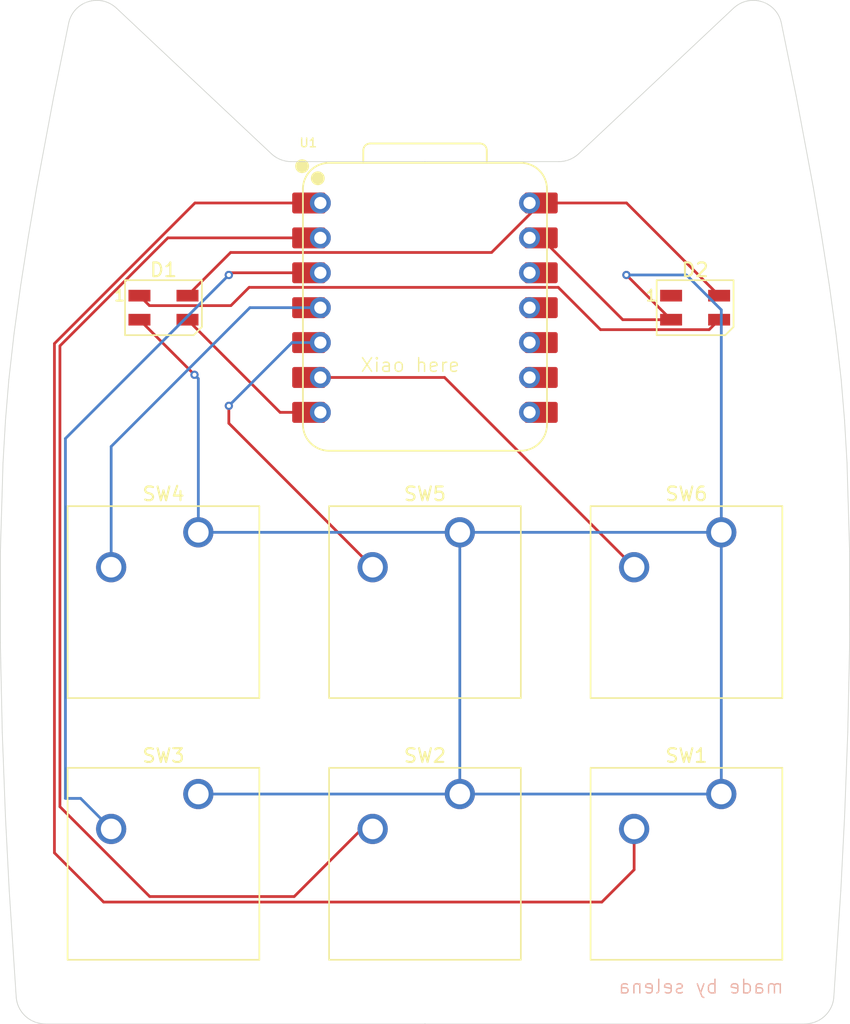
<source format=kicad_pcb>
(kicad_pcb (version 20240108) (generator "pcbnew") (generator_version "8.0")
  (layers (0 "F.Cu" signal) (31 "B.Cu" signal) (34 "B.Paste" user) (35 "F.Paste" user) (36 "B.SilkS" user "B.Silkscreen") (37 "F.SilkS" user "F.Silkscreen") (38 "B.Mask" user) (39 "F.Mask" user) (44 "Edge.Cuts" user))
  (net 0 "")
  (net 1 "Net-(D1-DIN)")
  (net 2 "Net-(D1-DOUT)")
  (net 3 "GND")
  (net 4 "+5V")
  (net 6 "Net-(U1-GPIO26{slash}ADC0{slash}A0)")
  (net 7 "Net-(U1-GPIO27{slash}ADC1{slash}A1)")
  (net 8 "Net-(U1-GPIO28{slash}ADC2{slash}A2)")
  (net 9 "Net-(U1-GPIO29{slash}ADC3{slash}A3)")
  (net 10 "Net-(U1-GPIO6{slash}SDA)")
  (net 11 "Net-(U1-GPIO7{slash}SCL)")
  (footprint "LED_SMD:LED_SK6812MINI_PLCC4_3.5x3.5mm_P1.75mm" (layer "F.Cu") (at 76.2 121.44375)
    (property "Reference" "D1" (at 0 -2.75 0) (layer "F.SilkS"))
    (property "Value" "SK6812MINI")
    (fp_line (start -2.8 -2) (end -2.8 2) (stroke (width 0.12)) (layer "F.SilkS"))
    (fp_line (start -2.8 -2) (end 2.8 -2) (stroke (width 0.12)) (layer "F.SilkS"))
    (fp_line (start -2.8 2) (end 2.2 2) (stroke (width 0.12)) (layer "F.SilkS"))
    (fp_line (start 2.8 1.4) (end 2.2 2) (stroke (width 0.12)) (layer "F.SilkS"))
    (fp_line (start 2.8 1.4) (end 2.8 -2) (stroke (width 0.12)) (layer "F.SilkS"))
    (fp_text user "1" (at -3.2 -0.875 0) (layer "F.SilkS") (effects (font (size 0.8 0.8))))
    (pad "1" smd rect (at -1.75 -0.875) (size 1.6 0.85) (layers "F.Cu" "F.Paste" "F.Mask") (net 2 "Net-(D1-DOUT)"))
    (pad "2" smd rect (at -1.75 0.875) (size 1.6 0.85) (layers "F.Cu" "F.Paste" "F.Mask") (net 3 "GND"))
    (pad "3" smd rect (at 1.75 0.875) (size 1.6 0.85) (layers "F.Cu" "F.Paste" "F.Mask") (net 1 "Net-(D1-DIN)"))
    (pad "4" smd rect (at 1.75 -0.875) (size 1.6 0.85) (layers "F.Cu" "F.Paste" "F.Mask") (net 4 "+5V"))
  )
  (footprint "LED_SMD:LED_SK6812MINI_PLCC4_3.5x3.5mm_P1.75mm" (layer "F.Cu") (at 114.93125 121.44375)
    (property "Reference" "D2" (at 0 -2.75 0) (layer "F.SilkS"))
    (property "Value" "SK6812MINI")
    (fp_line (start -2.8 -2) (end -2.8 2) (stroke (width 0.12)) (layer "F.SilkS"))
    (fp_line (start -2.8 -2) (end 2.8 -2) (stroke (width 0.12)) (layer "F.SilkS"))
    (fp_line (start -2.8 2) (end 2.2 2) (stroke (width 0.12)) (layer "F.SilkS"))
    (fp_line (start 2.8 1.4) (end 2.2 2) (stroke (width 0.12)) (layer "F.SilkS"))
    (fp_line (start 2.8 1.4) (end 2.8 -2) (stroke (width 0.12)) (layer "F.SilkS"))
    (fp_text user "1" (at -3.2 -0.875 0) (layer "F.SilkS") (effects (font (size 0.8 0.8))))
    (pad "1" smd rect (at -1.75 -0.875) (size 1.6 0.85) (layers "F.Cu" "F.Paste" "F.Mask"))
    (pad "2" smd rect (at -1.75 0.875) (size 1.6 0.85) (layers "F.Cu" "F.Paste" "F.Mask") (net 3 "GND"))
    (pad "3" smd rect (at 1.75 0.875) (size 1.6 0.85) (layers "F.Cu" "F.Paste" "F.Mask") (net 2 "Net-(D1-DOUT)"))
    (pad "4" smd rect (at 1.75 -0.875) (size 1.6 0.85) (layers "F.Cu" "F.Paste" "F.Mask") (net 4 "+5V"))
  )
  (footprint "Button_Switch_Keyboard:SW_Cherry_MX_1.00u_PCB" (layer "F.Cu") (at 97.79 156.845)
    (property "Reference" "SW2" (at -2.54 -2.794 0) (layer "F.SilkS"))
    (property "Value" "SW_Push")
    (fp_line (start -9.525 -1.905) (end 4.445 -1.905) (stroke (width 0.12)) (layer "F.SilkS"))
    (fp_line (start -9.525 12.065) (end -9.525 -1.905) (stroke (width 0.12)) (layer "F.SilkS"))
    (fp_line (start 4.445 -1.905) (end 4.445 12.065) (stroke (width 0.12)) (layer "F.SilkS"))
    (fp_line (start 4.445 12.065) (end -9.525 12.065) (stroke (width 0.12)) (layer "F.SilkS"))
    (pad "" np_thru_hole circle (at -7.62 5.08) (size 1.7 1.7) (drill 1.7) (layers "*.Cu" "*.Mask"))
    (pad "" np_thru_hole circle (at -2.54 5.08) (size 4 4) (drill 4) (layers "*.Cu" "*.Mask"))
    (pad "" np_thru_hole circle (at 2.54 5.08) (size 1.7 1.7) (drill 1.7) (layers "*.Cu" "*.Mask"))
    (pad "1" thru_hole circle (at 0 0) (size 2.2 2.2) (drill 1.5) (layers "*.Cu" "*.Mask") (net 3 "GND"))
    (pad "2" thru_hole circle (at -6.35 2.54) (size 2.2 2.2) (drill 1.5) (layers "*.Cu" "*.Mask") (net 7 "Net-(U1-GPIO27{slash}ADC1{slash}A1)"))
  )
  (footprint "Button_Switch_Keyboard:SW_Cherry_MX_1.00u_PCB" (layer "F.Cu") (at 116.84 156.845)
    (property "Reference" "SW1" (at -2.54 -2.794 0) (layer "F.SilkS"))
    (property "Value" "SW_Push")
    (fp_line (start -9.525 -1.905) (end 4.445 -1.905) (stroke (width 0.12)) (layer "F.SilkS"))
    (fp_line (start -9.525 12.065) (end -9.525 -1.905) (stroke (width 0.12)) (layer "F.SilkS"))
    (fp_line (start 4.445 -1.905) (end 4.445 12.065) (stroke (width 0.12)) (layer "F.SilkS"))
    (fp_line (start 4.445 12.065) (end -9.525 12.065) (stroke (width 0.12)) (layer "F.SilkS"))
    (pad "" np_thru_hole circle (at -7.62 5.08) (size 1.7 1.7) (drill 1.7) (layers "*.Cu" "*.Mask"))
    (pad "" np_thru_hole circle (at -2.54 5.08) (size 4 4) (drill 4) (layers "*.Cu" "*.Mask"))
    (pad "" np_thru_hole circle (at 2.54 5.08) (size 1.7 1.7) (drill 1.7) (layers "*.Cu" "*.Mask"))
    (pad "1" thru_hole circle (at 0 0) (size 2.2 2.2) (drill 1.5) (layers "*.Cu" "*.Mask") (net 3 "GND"))
    (pad "2" thru_hole circle (at -6.35 2.54) (size 2.2 2.2) (drill 1.5) (layers "*.Cu" "*.Mask") (net 6 "Net-(U1-GPIO26{slash}ADC0{slash}A0)"))
  )
  (footprint "Button_Switch_Keyboard:SW_Cherry_MX_1.00u_PCB" (layer "F.Cu") (at 78.74 156.845)
    (property "Reference" "SW3" (at -2.54 -2.794 0) (layer "F.SilkS"))
    (property "Value" "SW_Push")
    (fp_line (start -9.525 -1.905) (end 4.445 -1.905) (stroke (width 0.12)) (layer "F.SilkS"))
    (fp_line (start -9.525 12.065) (end -9.525 -1.905) (stroke (width 0.12)) (layer "F.SilkS"))
    (fp_line (start 4.445 -1.905) (end 4.445 12.065) (stroke (width 0.12)) (layer "F.SilkS"))
    (fp_line (start 4.445 12.065) (end -9.525 12.065) (stroke (width 0.12)) (layer "F.SilkS"))
    (pad "" np_thru_hole circle (at -7.62 5.08) (size 1.7 1.7) (drill 1.7) (layers "*.Cu" "*.Mask"))
    (pad "" np_thru_hole circle (at -2.54 5.08) (size 4 4) (drill 4) (layers "*.Cu" "*.Mask"))
    (pad "" np_thru_hole circle (at 2.54 5.08) (size 1.7 1.7) (drill 1.7) (layers "*.Cu" "*.Mask"))
    (pad "1" thru_hole circle (at 0 0) (size 2.2 2.2) (drill 1.5) (layers "*.Cu" "*.Mask") (net 3 "GND"))
    (pad "2" thru_hole circle (at -6.35 2.54) (size 2.2 2.2) (drill 1.5) (layers "*.Cu" "*.Mask") (net 8 "Net-(U1-GPIO28{slash}ADC2{slash}A2)"))
  )
  (footprint "OPL:XIAO-RP2040-DIP" (layer "F.Cu") (at 95.25 121.44375)
    (property "Reference" "U1" (at -8.5 -12 0) (layer "F.SilkS") (effects (font (size 0.635 0.635) (thickness 0.1016))))
    (property "Value" "XIAO-RP2040-DIP")
    (fp_line (start -8.89 8.509) (end -8.89 -8.636) (stroke (width 0.127)) (layer "F.SilkS"))
    (fp_line (start -6.985 10.414) (end 6.985 10.414) (stroke (width 0.127)) (layer "F.SilkS"))
    (fp_line (start -4.495 -10.541) (end -4.491272 -11.451272) (stroke (width 0.127)) (layer "F.SilkS"))
    (fp_line (start -3.991272 -11.951) (end 4.004 -11.951) (stroke (width 0.127)) (layer "F.SilkS"))
    (fp_line (start 4.504 -11.451) (end 4.504 -10.541) (stroke (width 0.127)) (layer "F.SilkS"))
    (fp_line (start 6.985 -10.541) (end -6.985 -10.541) (stroke (width 0.1)) (layer "F.SilkS"))
    (fp_line (start 6.985 -10.541) (end -6.985 -10.541) (stroke (width 0.127)) (layer "F.SilkS"))
    (fp_line (start 8.89 8.509) (end 8.89 -8.636) (stroke (width 0.127)) (layer "F.SilkS"))
    (fp_arc (start -8.89 -8.636) (mid -8.332038 -9.983038) (end -6.985 -10.541) (stroke (width 0.127)) (layer "F.SilkS"))
    (fp_arc (start -6.985 10.414) (mid -8.332038 9.856038) (end -8.89 8.509) (stroke (width 0.127)) (layer "F.SilkS"))
    (fp_arc (start -4.491272 -11.451272) (mid -4.344724 -11.804644) (end -3.991272 -11.951) (stroke (width 0.127)) (layer "F.SilkS"))
    (fp_arc (start 4.004 -11.951) (mid 4.357553 -11.804553) (end 4.504 -11.451) (stroke (width 0.127)) (layer "F.SilkS"))
    (fp_arc (start 6.985 -10.541) (mid 8.332038 -9.983038) (end 8.89 -8.636) (stroke (width 0.127)) (layer "F.SilkS"))
    (fp_arc (start 8.89 8.509) (mid 8.332038 9.856038) (end 6.985 10.414) (stroke (width 0.127)) (layer "F.SilkS"))
    (fp_circle (center -8.95 -10.3) (end -8.95 -10.554) (stroke (width 0.5)) (fill solid) (layer "F.SilkS"))
    (fp_circle (center -7.807 -9.42) (end -7.807 -9.674) (stroke (width 0.5)) (fill solid) (layer "F.SilkS"))
    (pad "1" smd roundrect (at -8.455 -7.62 180) (size 2.432 1.524) (layers "F.Cu" "F.Mask") (roundrect_rratio 0.1) (net 6 "Net-(U1-GPIO26{slash}ADC0{slash}A0)"))
    (pad "1" thru_hole circle (at -7.62 -7.62 180) (size 1.524 1.524) (drill 0.889) (layers "*.Cu" "*.Mask") (net 6 "Net-(U1-GPIO26{slash}ADC0{slash}A0)"))
    (pad "2" smd roundrect (at -8.455 -5.08 180) (size 2.432 1.524) (layers "F.Cu" "F.Mask") (roundrect_rratio 0.1) (net 7 "Net-(U1-GPIO27{slash}ADC1{slash}A1)"))
    (pad "2" thru_hole circle (at -7.62 -5.08 180) (size 1.524 1.524) (drill 0.889) (layers "*.Cu" "*.Mask") (net 7 "Net-(U1-GPIO27{slash}ADC1{slash}A1)"))
    (pad "3" smd roundrect (at -8.455 -2.54 180) (size 2.432 1.524) (layers "F.Cu" "F.Mask") (roundrect_rratio 0.1) (net 8 "Net-(U1-GPIO28{slash}ADC2{slash}A2)"))
    (pad "3" thru_hole circle (at -7.62 -2.54 180) (size 1.524 1.524) (drill 0.889) (layers "*.Cu" "*.Mask") (net 8 "Net-(U1-GPIO28{slash}ADC2{slash}A2)"))
    (pad "4" smd roundrect (at -8.455 0 180) (size 2.432 1.524) (layers "F.Cu" "F.Mask") (roundrect_rratio 0.1) (net 9 "Net-(U1-GPIO29{slash}ADC3{slash}A3)"))
    (pad "4" thru_hole circle (at -7.62 0 180) (size 1.524 1.524) (drill 0.889) (layers "*.Cu" "*.Mask") (net 9 "Net-(U1-GPIO29{slash}ADC3{slash}A3)"))
    (pad "5" smd roundrect (at -8.455 2.54 180) (size 2.432 1.524) (layers "F.Cu" "F.Mask") (roundrect_rratio 0.1) (net 10 "Net-(U1-GPIO6{slash}SDA)"))
    (pad "5" thru_hole circle (at -7.62 2.54 180) (size 1.524 1.524) (drill 0.889) (layers "*.Cu" "*.Mask") (net 10 "Net-(U1-GPIO6{slash}SDA)"))
    (pad "6" smd roundrect (at -8.455 5.08 180) (size 2.432 1.524) (layers "F.Cu" "F.Mask") (roundrect_rratio 0.1) (net 11 "Net-(U1-GPIO7{slash}SCL)"))
    (pad "6" thru_hole circle (at -7.62 5.08 180) (size 1.524 1.524) (drill 0.889) (layers "*.Cu" "*.Mask") (net 11 "Net-(U1-GPIO7{slash}SCL)"))
    (pad "7" smd roundrect (at -8.455 7.62 180) (size 2.432 1.524) (layers "F.Cu" "F.Mask") (roundrect_rratio 0.1) (net 1 "Net-(D1-DIN)"))
    (pad "7" thru_hole circle (at -7.62 7.62 180) (size 1.524 1.524) (drill 0.889) (layers "*.Cu" "*.Mask") (net 1 "Net-(D1-DIN)"))
    (pad "8" thru_hole circle (at 7.62 7.62) (size 1.524 1.524) (drill 0.889) (layers "*.Cu" "*.Mask"))
    (pad "8" smd roundrect (at 8.455 7.62) (size 2.432 1.524) (layers "F.Cu" "F.Mask") (roundrect_rratio 0.1))
    (pad "9" thru_hole circle (at 7.62 5.08) (size 1.524 1.524) (drill 0.889) (layers "*.Cu" "*.Mask"))
    (pad "9" smd roundrect (at 8.455 5.08) (size 2.432 1.524) (layers "F.Cu" "F.Mask") (roundrect_rratio 0.1))
    (pad "10" thru_hole circle (at 7.62 2.54) (size 1.524 1.524) (drill 0.889) (layers "*.Cu" "*.Mask"))
    (pad "10" smd roundrect (at 8.455 2.54) (size 2.432 1.524) (layers "F.Cu" "F.Mask") (roundrect_rratio 0.1))
    (pad "11" thru_hole circle (at 7.62 0) (size 1.524 1.524) (drill 0.889) (layers "*.Cu" "*.Mask"))
    (pad "11" smd roundrect (at 8.455 0) (size 2.432 1.524) (layers "F.Cu" "F.Mask") (roundrect_rratio 0.1))
    (pad "12" thru_hole circle (at 7.62 -2.54) (size 1.524 1.524) (drill 0.889) (layers "*.Cu" "*.Mask"))
    (pad "12" smd roundrect (at 8.455 -2.54) (size 2.432 1.524) (layers "F.Cu" "F.Mask") (roundrect_rratio 0.1))
    (pad "13" thru_hole circle (at 7.62 -5.08) (size 1.524 1.524) (drill 0.889) (layers "*.Cu" "*.Mask") (net 3 "GND"))
    (pad "13" smd roundrect (at 8.455 -5.08) (size 2.432 1.524) (layers "F.Cu" "F.Mask") (roundrect_rratio 0.1) (net 3 "GND"))
    (pad "14" thru_hole circle (at 7.62 -7.62) (size 1.524 1.524) (drill 0.889) (layers "*.Cu" "*.Mask") (net 4 "+5V"))
    (pad "14" smd roundrect (at 8.455 -7.62) (size 2.432 1.524) (layers "F.Cu" "F.Mask") (roundrect_rratio 0.1) (net 4 "+5V"))
  )
  (footprint "Button_Switch_Keyboard:SW_Cherry_MX_1.00u_PCB" (layer "F.Cu") (at 116.84 137.795)
    (property "Reference" "SW6" (at -2.54 -2.794 0) (layer "F.SilkS"))
    (property "Value" "SW_Push")
    (fp_line (start -9.525 -1.905) (end 4.445 -1.905) (stroke (width 0.12)) (layer "F.SilkS"))
    (fp_line (start -9.525 12.065) (end -9.525 -1.905) (stroke (width 0.12)) (layer "F.SilkS"))
    (fp_line (start 4.445 -1.905) (end 4.445 12.065) (stroke (width 0.12)) (layer "F.SilkS"))
    (fp_line (start 4.445 12.065) (end -9.525 12.065) (stroke (width 0.12)) (layer "F.SilkS"))
    (pad "" np_thru_hole circle (at -7.62 5.08) (size 1.7 1.7) (drill 1.7) (layers "*.Cu" "*.Mask"))
    (pad "" np_thru_hole circle (at -2.54 5.08) (size 4 4) (drill 4) (layers "*.Cu" "*.Mask"))
    (pad "" np_thru_hole circle (at 2.54 5.08) (size 1.7 1.7) (drill 1.7) (layers "*.Cu" "*.Mask"))
    (pad "1" thru_hole circle (at 0 0) (size 2.2 2.2) (drill 1.5) (layers "*.Cu" "*.Mask") (net 3 "GND"))
    (pad "2" thru_hole circle (at -6.35 2.54) (size 2.2 2.2) (drill 1.5) (layers "*.Cu" "*.Mask") (net 11 "Net-(U1-GPIO7{slash}SCL)"))
  )
  (footprint "Button_Switch_Keyboard:SW_Cherry_MX_1.00u_PCB" (layer "F.Cu") (at 78.74 137.795)
    (property "Reference" "SW4" (at -2.54 -2.794 0) (layer "F.SilkS"))
    (property "Value" "SW_Push")
    (fp_line (start -9.525 -1.905) (end 4.445 -1.905) (stroke (width 0.12)) (layer "F.SilkS"))
    (fp_line (start -9.525 12.065) (end -9.525 -1.905) (stroke (width 0.12)) (layer "F.SilkS"))
    (fp_line (start 4.445 -1.905) (end 4.445 12.065) (stroke (width 0.12)) (layer "F.SilkS"))
    (fp_line (start 4.445 12.065) (end -9.525 12.065) (stroke (width 0.12)) (layer "F.SilkS"))
    (pad "" np_thru_hole circle (at -7.62 5.08) (size 1.7 1.7) (drill 1.7) (layers "*.Cu" "*.Mask"))
    (pad "" np_thru_hole circle (at -2.54 5.08) (size 4 4) (drill 4) (layers "*.Cu" "*.Mask"))
    (pad "" np_thru_hole circle (at 2.54 5.08) (size 1.7 1.7) (drill 1.7) (layers "*.Cu" "*.Mask"))
    (pad "1" thru_hole circle (at 0 0) (size 2.2 2.2) (drill 1.5) (layers "*.Cu" "*.Mask") (net 3 "GND"))
    (pad "2" thru_hole circle (at -6.35 2.54) (size 2.2 2.2) (drill 1.5) (layers "*.Cu" "*.Mask") (net 9 "Net-(U1-GPIO29{slash}ADC3{slash}A3)"))
  )
  (footprint "Button_Switch_Keyboard:SW_Cherry_MX_1.00u_PCB" (layer "F.Cu") (at 97.79 137.795)
    (property "Reference" "SW5" (at -2.54 -2.794 0) (layer "F.SilkS"))
    (property "Value" "SW_Push")
    (fp_line (start -9.525 -1.905) (end 4.445 -1.905) (stroke (width 0.12)) (layer "F.SilkS"))
    (fp_line (start -9.525 12.065) (end -9.525 -1.905) (stroke (width 0.12)) (layer "F.SilkS"))
    (fp_line (start 4.445 -1.905) (end 4.445 12.065) (stroke (width 0.12)) (layer "F.SilkS"))
    (fp_line (start 4.445 12.065) (end -9.525 12.065) (stroke (width 0.12)) (layer "F.SilkS"))
    (pad "" np_thru_hole circle (at -7.62 5.08) (size 1.7 1.7) (drill 1.7) (layers "*.Cu" "*.Mask"))
    (pad "" np_thru_hole circle (at -2.54 5.08) (size 4 4) (drill 4) (layers "*.Cu" "*.Mask"))
    (pad "" np_thru_hole circle (at 2.54 5.08) (size 1.7 1.7) (drill 1.7) (layers "*.Cu" "*.Mask"))
    (pad "1" thru_hole circle (at 0 0) (size 2.2 2.2) (drill 1.5) (layers "*.Cu" "*.Mask") (net 3 "GND"))
    (pad "2" thru_hole circle (at -6.35 2.54) (size 2.2 2.2) (drill 1.5) (layers "*.Cu" "*.Mask") (net 10 "Net-(U1-GPIO6{slash}SDA)"))
  )
  (gr_line (start 65.481873 171.728761) (end 65.471691 171.626345) (stroke (width 0.053121)) (layer "Edge.Cuts"))
  (gr_line (start 125.037002 171.626345) (end 125.54439 163.898171) (stroke (width 0.053121)) (layer "Edge.Cuts"))
  (gr_line (start 124.219875 173.135406) (end 124.295077 173.075021) (stroke (width 0.053121)) (layer "Edge.Cuts"))
  (gr_line (start 120.94952 100.062414) (end 120.872187 99.945948) (stroke (width 0.053121)) (layer "Edge.Cuts"))
  (gr_line (start 105.493433 110.753867) (end 105.395806 110.774964) (stroke (width 0.053121)) (layer "Edge.Cuts"))
  (gr_line (start 65.602062 172.214503) (end 65.569184 172.121225) (stroke (width 0.053121)) (layer "Edge.Cuts"))
  (gr_line (start 84.292339 110.427538) (end 84.375602 110.483073) (stroke (width 0.053121)) (layer "Edge.Cuts"))
  (gr_line (start 67.172516 173.53236) (end 67.075144 173.511205) (stroke (width 0.053121)) (layer "Edge.Cuts"))
  (gr_line (start 124.90658 172.214503) (end 124.939465 172.121225) (stroke (width 0.053121)) (layer "Edge.Cuts"))
  (gr_line (start 123.529182 173.485643) (end 123.623068 173.455782) (stroke (width 0.053121)) (layer "Edge.Cuts"))
  (gr_line (start 123.336129 173.53236) (end 123.433496 173.511205) (stroke (width 0.053121)) (layer "Edge.Cuts"))
  (gr_line (start 69.907937 99.637191) (end 70.010171 99.548261) (stroke (width 0.053121)) (layer "Edge.Cuts"))
  (gr_line (start 66.357848 116.246876) (end 66.967789 112.682484) (stroke (width 0.053121)) (layer "Edge.Cuts"))
  (gr_line (start 65.471691 171.626345) (end 64.964203 163.898171) (stroke (width 0.053121)) (layer "Edge.Cuts"))
  (gr_line (start 84.211569 110.367974) (end 84.292339 110.427538) (stroke (width 0.053121)) (layer "Edge.Cuts"))
  (gr_line (start 64.320051 139.192454) (end 64.510669 132.715035) (stroke (width 0.053121)) (layer "Edge.Cuts"))
  (gr_line (start 119.663398 99.135234) (end 119.532282 99.107749) (stroke (width 0.053121)) (layer "Edge.Cuts"))
  (gr_line (start 106.297104 110.367974) (end 106.216332 110.427538) (stroke (width 0.053121)) (layer "Edge.Cuts"))
  (gr_line (start 70.117541 99.466547) (end 70.229611 99.392183) (stroke (width 0.053121)) (layer "Edge.Cuts"))
  (gr_line (start 66.071863 172.944361) (end 66.005634 172.874301) (stroke (width 0.053121)) (layer "Edge.Cuts"))
  (gr_line (start 124.141921 173.192353) (end 124.219875 173.135406) (stroke (width 0.053121)) (layer "Edge.Cuts"))
  (gr_line (start 105.197414 110.803352) (end 105.096959 110.810521) (stroke (width 0.053121)) (layer "Edge.Cuts"))
  (gr_line (start 69.489066 100.185433) (end 69.559081 100.062415) (stroke (width 0.053121)) (layer "Edge.Cuts"))
  (gr_line (start 84.133445 110.304443) (end 84.211569 110.367974) (stroke (width 0.053121)) (layer "Edge.Cuts"))
  (gr_line (start 124.367407 173.011303) (end 124.436746 172.944361) (stroke (width 0.053121)) (layer "Edge.Cuts"))
  (gr_line (start 120.278988 99.392181) (end 120.162655 99.325298) (stroke (width 0.053121)) (layer "Edge.Cuts"))
  (gr_line (start 118.460595 99.197028) (end 118.330327 99.248824) (stroke (width 0.053121)) (layer "Edge.Cuts"))
  (gr_line (start 124.828385 172.394502) (end 124.869514 172.305632) (stroke (width 0.053121)) (layer "Edge.Cuts"))
  (gr_line (start 106.047464 110.534519) (end 105.959678 110.581813) (stroke (width 0.053121)) (layer "Edge.Cuts"))
  (gr_line (start 66.615881 173.341479) (end 66.530382 173.295496) (stroke (width 0.053121)) (layer "Edge.Cuts"))
  (gr_line (start 85.211527 110.791479) (end 85.311182 110.803352) (stroke (width 0.053121)) (layer "Edge.Cuts"))
  (gr_line (start 123.804964 173.383593) (end 123.892737 173.341479) (stroke (width 0.053121)) (layer "Edge.Cuts"))
  (gr_line (start 125.997871 132.715035) (end 125.817476 129.622809) (stroke (width 0.053121)) (layer "Edge.Cuts"))
  (gr_line (start 126.191402 145.828213) (end 126.188485 139.192454) (stroke (width 0.053121)) (layer "Edge.Cuts"))
  (gr_line (start 120.872187 99.945948) (end 120.787976 99.836167) (stroke (width 0.053121)) (layer "Edge.Cuts"))
  (gr_line (start 125.572517 126.674694) (end 125.196496 123.346395) (stroke (width 0.053121)) (layer "Edge.Cuts"))
  (gr_line (start 84.638793 110.624895) (end 84.730474 110.663703) (stroke (width 0.053121)) (layer "Edge.Cuts"))
  (gr_line (start 72.431548 99.380969) (end 72.553682 99.461582) (stroke (width 0.053121)) (layer "Edge.Cuts"))
  (gr_line (start 126.188485 139.192454) (end 125.997871 132.715035) (stroke (width 0.053121)) (layer "Edge.Cuts"))
  (gr_line (start 66.979453 173.485643) (end 66.885562 173.455782) (stroke (width 0.053121)) (layer "Edge.Cuts"))
  (gr_line (start 121.019537 100.185433) (end 120.94952 100.062414) (stroke (width 0.053121)) (layer "Edge.Cuts"))
  (gr_line (start 118.330327 99.248824) (end 118.202331 99.310093) (stroke (width 0.053121)) (layer "Edge.Cuts"))
  (gr_line (start 72.786768 99.652552) (end 84.058124 110.237006) (stroke (width 0.053121)) (layer "Edge.Cuts"))
  (gr_line (start 123.892737 173.341479) (end 123.978233 173.295496) (stroke (width 0.053121)) (layer "Edge.Cuts"))
  (gr_line (start 124.734418 172.565041) (end 124.783314 172.481008) (stroke (width 0.053121)) (layer "Edge.Cuts"))
  (gr_line (start 84.730474 110.663703) (end 84.823871 110.698175) (stroke (width 0.053121)) (layer "Edge.Cuts"))
  (gr_line (start 70.010171 99.548261) (end 70.117541 99.466547) (stroke (width 0.053121)) (layer "Edge.Cuts"))
  (gr_line (start 66.366689 173.192353) (end 66.288734 173.135406) (stroke (width 0.053121)) (layer "Edge.Cuts"))
  (gr_line (start 122.296253 106.041509) (end 121.217742 100.740375) (stroke (width 0.053121)) (layer "Edge.Cuts"))
  (gr_line (start 106.450549 110.237006) (end 106.375228 110.304443) (stroke (width 0.053121)) (layer "Edge.Cuts"))
  (gr_line (start 65.942635 172.801232) (end 65.882984 172.725261) (stroke (width 0.053121)) (layer "Edge.Cuts"))
  (gr_line (start 72.048012 99.197031) (end 72.178277 99.248826) (stroke (width 0.053121)) (layer "Edge.Cuts"))
  (gr_line (start 65.569184 172.121225) (end 65.540607 172.025905) (stroke (width 0.053121)) (layer "Edge.Cuts"))
  (gr_line (start 68.212421 106.041509) (end 69.290883 100.740375) (stroke (width 0.053121)) (layer "Edge.Cuts"))
  (gr_line (start 119.130782 99.075493) (end 118.995685 99.081917) (stroke (width 0.053121)) (layer "Edge.Cuts"))
  (gr_line (start 66.79359 173.42173) (end 66.703657 173.383593) (stroke (width 0.053121)) (layer "Edge.Cuts"))
  (gr_line (start 105.297081 110.791479) (end 105.197414 110.803352) (stroke (width 0.053121)) (layer "Edge.Cuts"))
  (gr_line (start 123.136831 173.56102) (end 123.237201 173.549001) (stroke (width 0.053121)) (layer "Edge.Cuts"))
  (gr_line (start 117.954905 99.461579) (end 117.836345 99.552062) (stroke (width 0.053121)) (layer "Edge.Cuts"))
  (gr_line (start 66.141202 173.011303) (end 66.071863 172.944361) (stroke (width 0.053121)) (layer "Edge.Cuts"))
  (gr_line (start 120.498426 99.54826) (end 120.391057 99.466546) (stroke (width 0.053121)) (layer "Edge.Cuts"))
  (gr_line (start 120.042493 99.266028) (end 119.91894 99.214506) (stroke (width 0.053121)) (layer "Edge.Cuts"))
  (gr_line (start 118.202331 99.310093) (end 118.077046 99.380967) (stroke (width 0.053121)) (layer "Edge.Cuts"))
  (gr_line (start 123.237201 173.549001) (end 123.336129 173.53236) (stroke (width 0.053121)) (layer "Edge.Cuts"))
  (gr_line (start 84.058124 110.237006) (end 84.133445 110.304443) (stroke (width 0.053121)) (layer "Edge.Cuts"))
  (gr_line (start 65.8268 172.646495) (end 65.774203 172.565041) (stroke (width 0.053121)) (layer "Edge.Cuts"))
  (gr_line (start 71.243073 99.077748) (end 71.37783 99.075495) (stroke (width 0.053121)) (layer "Edge.Cuts"))
  (gr_line (start 64.691066 129.622809) (end 64.936029 126.674694) (stroke (width 0.053121)) (layer "Edge.Cuts"))
  (gr_line (start 67.371828 173.56102) (end 67.271451 173.549001) (stroke (width 0.053121)) (layer "Edge.Cuts"))
  (gr_line (start 70.716177 99.170865) (end 70.845209 99.135235) (stroke (width 0.053121)) (layer "Edge.Cuts"))
  (gr_line (start 66.885562 173.455782) (end 66.79359 173.42173) (stroke (width 0.053121)) (layer "Edge.Cuts"))
  (gr_line (start 124.968049 172.025905) (end 124.992214 171.928649) (stroke (width 0.053121)) (layer "Edge.Cuts"))
  (gr_line (start 123.540881 112.682484) (end 122.296253 106.041509) (stroke (width 0.053121)) (layer "Edge.Cuts"))
  (gr_line (start 124.681817 172.646495) (end 124.734418 172.565041) (stroke (width 0.053121)) (layer "Edge.Cuts"))
  (gr_line (start 123.978233 173.295496) (end 124.061334 173.245752) (stroke (width 0.053121)) (layer "Edge.Cuts"))
  (gr_line (start 85.411624 110.810521) (end 85.512697 110.812924) (stroke (width 0.053121)) (layer "Edge.Cuts"))
  (gr_line (start 69.559081 100.062415) (end 69.636411 99.945949) (stroke (width 0.053121)) (layer "Edge.Cuts"))
  (gr_line (start 125.54439 163.898171) (end 125.822312 158.459808) (stroke (width 0.053121)) (layer "Edge.Cuts"))
  (gr_line (start 105.096959 110.810521) (end 104.995872 110.812924) (stroke (width 0.053121)) (layer "Edge.Cuts"))
  (gr_line (start 124.502976 172.874301) (end 124.565977 172.801232) (stroke (width 0.053121)) (layer "Edge.Cuts"))
  (gr_line (start 69.636411 99.945949) (end 69.720621 99.836167) (stroke (width 0.053121)) (layer "Edge.Cuts"))
  (gr_line (start 66.005634 172.874301) (end 65.942635 172.801232) (stroke (width 0.053121)) (layer "Edge.Cuts"))
  (gr_line (start 120.697321 99.733203) (end 120.60066 99.63719) (stroke (width 0.053121)) (layer "Edge.Cuts"))
  (gr_line (start 65.725312 172.481008) (end 65.680245 172.394502) (stroke (width 0.053121)) (layer "Edge.Cuts"))
  (gr_line (start 105.589807 110.72825) (end 105.493433 110.753867) (stroke (width 0.053121)) (layer "Edge.Cuts"))
  (gr_line (start 105.778178 110.663703) (end 105.684774 110.698175) (stroke (width 0.053121)) (layer "Edge.Cuts"))
  (gr_line (start 119.532282 99.107749) (end 119.399517 99.088542) (stroke (width 0.053121)) (layer "Edge.Cuts"))
  (gr_line (start 70.589664 99.214508) (end 70.716177 99.170865) (stroke (width 0.053121)) (layer "Edge.Cuts"))
  (gr_line (start 119.91894 99.214506) (end 119.792429 99.170864) (stroke (width 0.053121)) (layer "Edge.Cuts"))
  (gr_line (start 120.60066 99.63719) (end 120.498426 99.54826) (stroke (width 0.053121)) (layer "Edge.Cuts"))
  (gr_line (start 121.135884 100.450596) (end 121.081804 100.314871) (stroke (width 0.053121)) (layer "Edge.Cuts"))
  (gr_line (start 118.860682 99.097149) (end 118.726208 99.121323) (stroke (width 0.053121)) (layer "Edge.Cuts"))
  (gr_line (start 71.109094 99.088544) (end 71.243073 99.077748) (stroke (width 0.053121)) (layer "Edge.Cuts"))
  (gr_line (start 84.375602 110.483073) (end 84.461202 110.534519) (stroke (width 0.053121)) (layer "Edge.Cuts"))
  (gr_line (start 106.375228 110.304443) (end 106.297104 110.367974) (stroke (width 0.053121)) (layer "Edge.Cuts"))
  (gr_line (start 71.37783 99.075495) (end 71.512927 99.081919) (stroke (width 0.053121)) (layer "Edge.Cuts"))
  (gr_line (start 124.150804 116.246876) (end 123.540881 112.682484) (stroke (width 0.053121)) (layer "Edge.Cuts"))
  (gr_line (start 72.553682 99.461582) (end 72.672234 99.552065) (stroke (width 0.053121)) (layer "Edge.Cuts"))
  (gr_line (start 124.869514 172.305632) (end 124.90658 172.214503) (stroke (width 0.053121)) (layer "Edge.Cuts"))
  (gr_line (start 117.836345 99.552062) (end 117.721801 99.652549) (stroke (width 0.053121)) (layer "Edge.Cuts"))
  (gr_line (start 70.466109 99.26603) (end 70.589664 99.214508) (stroke (width 0.053121)) (layer "Edge.Cuts"))
  (gr_line (start 65.795991 119.835984) (end 66.357848 116.246876) (stroke (width 0.053121)) (layer "Edge.Cuts"))
  (gr_line (start 85.311182 110.803352) (end 85.411624 110.810521) (stroke (width 0.053121)) (layer "Edge.Cuts"))
  (gr_line (start 95.240951 173.570765) (end 95.267673 173.570765) (stroke (width 0.053121)) (layer "Edge.Cuts"))
  (gr_line (start 125.011841 171.829565) (end 125.02681 171.728761) (stroke (width 0.053121)) (layer "Edge.Cuts"))
  (gr_line (start 122.932239 173.570765) (end 123.035137 173.568311) (stroke (width 0.053121)) (layer "Edge.Cuts"))
  (gr_line (start 69.372728 100.450596) (end 69.426803 100.314871) (stroke (width 0.053121)) (layer "Edge.Cuts"))
  (gr_line (start 121.217742 100.740375) (end 121.181342 100.592475) (stroke (width 0.053121)) (layer "Edge.Cuts"))
  (gr_line (start 118.077046 99.380967) (end 117.954905 99.461579) (stroke (width 0.053121)) (layer "Edge.Cuts"))
  (gr_line (start 67.576436 173.570765) (end 67.473529 173.568311) (stroke (width 0.053121)) (layer "Edge.Cuts"))
  (gr_line (start 124.295077 173.075021) (end 124.367407 173.011303) (stroke (width 0.053121)) (layer "Edge.Cuts"))
  (gr_line (start 125.822312 158.459808) (end 126.053664 152.343576) (stroke (width 0.053121)) (layer "Edge.Cuts"))
  (gr_line (start 71.915908 99.154575) (end 72.048012 99.197031) (stroke (width 0.053121)) (layer "Edge.Cuts"))
  (gr_line (start 125.196496 123.346395) (end 124.712634 119.835984) (stroke (width 0.053121)) (layer "Edge.Cuts"))
  (gr_line (start 84.823871 110.698175) (end 84.91883 110.72825) (stroke (width 0.053121)) (layer "Edge.Cuts"))
  (gr_line (start 125.02681 171.728761) (end 125.037002 171.626345) (stroke (width 0.053121)) (layer "Edge.Cuts"))
  (gr_line (start 65.496832 171.829565) (end 65.481873 171.728761) (stroke (width 0.053121)) (layer "Edge.Cuts"))
  (gr_line (start 65.639122 172.305632) (end 65.602062 172.214503) (stroke (width 0.053121)) (layer "Edge.Cuts"))
  (gr_line (start 66.967789 112.682484) (end 68.212421 106.041509) (stroke (width 0.053121)) (layer "Edge.Cuts"))
  (gr_line (start 85.512697 110.812924) (end 95.267673 110.812924) (stroke (width 0.053121)) (layer "Edge.Cuts"))
  (gr_line (start 64.454883 152.343576) (end 64.317136 145.828213) (stroke (width 0.053121)) (layer "Edge.Cuts"))
  (gr_line (start 64.317136 145.828213) (end 64.320051 139.192454) (stroke (width 0.053121)) (layer "Edge.Cuts"))
  (gr_line (start 69.290883 100.740375) (end 69.327276 100.592475) (stroke (width 0.053121)) (layer "Edge.Cuts"))
  (gr_line (start 69.720621 99.836167) (end 69.811275 99.733204) (stroke (width 0.053121)) (layer "Edge.Cuts"))
  (gr_line (start 69.327276 100.592475) (end 69.372728 100.450596) (stroke (width 0.053121)) (layer "Edge.Cuts"))
  (gr_line (start 118.592701 99.154572) (end 118.460595 99.197028) (stroke (width 0.053121)) (layer "Edge.Cuts"))
  (gr_line (start 84.91883 110.72825) (end 85.015196 110.753867) (stroke (width 0.053121)) (layer "Edge.Cuts"))
  (gr_line (start 66.288734 173.135406) (end 66.213532 173.075021) (stroke (width 0.053121)) (layer "Edge.Cuts"))
  (gr_line (start 72.306267 99.310095) (end 72.431548 99.380969) (stroke (width 0.053121)) (layer "Edge.Cuts"))
  (gr_line (start 67.075144 173.511205) (end 66.979453 173.485643) (stroke (width 0.053121)) (layer "Edge.Cuts"))
  (gr_line (start 84.548984 110.581813) (end 84.638793 110.624895) (stroke (width 0.053121)) (layer "Edge.Cuts"))
  (gr_line (start 64.510669 132.715035) (end 64.691066 129.622809) (stroke (width 0.053121)) (layer "Edge.Cuts"))
  (gr_line (start 71.64793 99.097151) (end 71.782403 99.121326) (stroke (width 0.053121)) (layer "Edge.Cuts"))
  (gr_line (start 119.399517 99.088542) (end 119.265538 99.077746) (stroke (width 0.053121)) (layer "Edge.Cuts"))
  (gr_line (start 120.162655 99.325298) (end 120.042493 99.266028) (stroke (width 0.053121)) (layer "Edge.Cuts"))
  (gr_line (start 125.817476 129.622809) (end 125.572517 126.674694) (stroke (width 0.053121)) (layer "Edge.Cuts"))
  (gr_line (start 72.672234 99.552065) (end 72.786768 99.652552) (stroke (width 0.053121)) (layer "Edge.Cuts"))
  (gr_line (start 106.133067 110.483073) (end 106.047464 110.534519) (stroke (width 0.053121)) (layer "Edge.Cuts"))
  (gr_line (start 106.216332 110.427538) (end 106.133067 110.483073) (stroke (width 0.053121)) (layer "Edge.Cuts"))
  (gr_line (start 66.447278 173.245752) (end 66.366689 173.192353) (stroke (width 0.053121)) (layer "Edge.Cuts"))
  (gr_line (start 71.512927 99.081919) (end 71.64793 99.097151) (stroke (width 0.053121)) (layer "Edge.Cuts"))
  (gr_line (start 64.964203 163.898171) (end 64.686252 158.459808) (stroke (width 0.053121)) (layer "Edge.Cuts"))
  (gr_line (start 124.783314 172.481008) (end 124.828385 172.394502) (stroke (width 0.053121)) (layer "Edge.Cuts"))
  (gr_line (start 84.461202 110.534519) (end 84.548984 110.581813) (stroke (width 0.053121)) (layer "Edge.Cuts"))
  (gr_line (start 123.623068 173.455782) (end 123.715035 173.42173) (stroke (width 0.053121)) (layer "Edge.Cuts"))
  (gr_line (start 65.540607 172.025905) (end 65.51645 171.928649) (stroke (width 0.053121)) (layer "Edge.Cuts"))
  (gr_line (start 104.995872 110.812924) (end 95.240951 110.812924) (stroke (width 0.053121)) (layer "Edge.Cuts"))
  (gr_line (start 70.976327 99.10775) (end 71.109094 99.088544) (stroke (width 0.053121)) (layer "Edge.Cuts"))
  (gr_line (start 65.774203 172.565041) (end 65.725312 172.481008) (stroke (width 0.053121)) (layer "Edge.Cuts"))
  (gr_line (start 65.882984 172.725261) (end 65.8268 172.646495) (stroke (width 0.053121)) (layer "Edge.Cuts"))
  (gr_line (start 124.625631 172.725261) (end 124.681817 172.646495) (stroke (width 0.053121)) (layer "Edge.Cuts"))
  (gr_line (start 124.992214 171.928649) (end 125.011841 171.829565) (stroke (width 0.053121)) (layer "Edge.Cuts"))
  (gr_line (start 124.436746 172.944361) (end 124.502976 172.874301) (stroke (width 0.053121)) (layer "Edge.Cuts"))
  (gr_line (start 70.345946 99.325299) (end 70.466109 99.26603) (stroke (width 0.053121)) (layer "Edge.Cuts"))
  (gr_line (start 118.995685 99.081917) (end 118.860682 99.097149) (stroke (width 0.053121)) (layer "Edge.Cuts"))
  (gr_line (start 67.473529 173.568311) (end 67.371828 173.56102) (stroke (width 0.053121)) (layer "Edge.Cuts"))
  (gr_line (start 69.426803 100.314871) (end 69.489066 100.185433) (stroke (width 0.053121)) (layer "Edge.Cuts"))
  (gr_line (start 119.792429 99.170864) (end 119.663398 99.135234) (stroke (width 0.053121)) (layer "Edge.Cuts"))
  (gr_line (start 95.267673 110.812924) (end 95.240951 110.812924) (stroke (width 0.053121)) (layer "Edge.Cuts"))
  (gr_line (start 85.112813 110.774964) (end 85.211527 110.791479) (stroke (width 0.053121)) (layer "Edge.Cuts"))
  (gr_line (start 66.703657 173.383593) (end 66.615881 173.341479) (stroke (width 0.053121)) (layer "Edge.Cuts"))
  (gr_line (start 124.061334 173.245752) (end 124.141921 173.192353) (stroke (width 0.053121)) (layer "Edge.Cuts"))
  (gr_line (start 72.178277 99.248826) (end 72.306267 99.310095) (stroke (width 0.053121)) (layer "Edge.Cuts"))
  (gr_line (start 65.680245 172.394502) (end 65.639122 172.305632) (stroke (width 0.053121)) (layer "Edge.Cuts"))
  (gr_line (start 105.959678 110.581813) (end 105.869864 110.624895) (stroke (width 0.053121)) (layer "Edge.Cuts"))
  (gr_line (start 67.271451 173.549001) (end 67.172516 173.53236) (stroke (width 0.053121)) (layer "Edge.Cuts"))
  (gr_line (start 124.939465 172.121225) (end 124.968049 172.025905) (stroke (width 0.053121)) (layer "Edge.Cuts"))
  (gr_line (start 120.787976 99.836167) (end 120.697321 99.733203) (stroke (width 0.053121)) (layer "Edge.Cuts"))
  (gr_line (start 118.726208 99.121323) (end 118.592701 99.154572) (stroke (width 0.053121)) (layer "Edge.Cuts"))
  (gr_line (start 105.395806 110.774964) (end 105.297081 110.791479) (stroke (width 0.053121)) (layer "Edge.Cuts"))
  (gr_line (start 121.181342 100.592475) (end 121.135884 100.450596) (stroke (width 0.053121)) (layer "Edge.Cuts"))
  (gr_line (start 123.035137 173.568311) (end 123.136831 173.56102) (stroke (width 0.053121)) (layer "Edge.Cuts"))
  (gr_line (start 66.213532 173.075021) (end 66.141202 173.011303) (stroke (width 0.053121)) (layer "Edge.Cuts"))
  (gr_line (start 123.433496 173.511205) (end 123.529182 173.485643) (stroke (width 0.053121)) (layer "Edge.Cuts"))
  (gr_line (start 105.684774 110.698175) (end 105.589807 110.72825) (stroke (width 0.053121)) (layer "Edge.Cuts"))
  (gr_line (start 71.782403 99.121326) (end 71.915908 99.154575) (stroke (width 0.053121)) (layer "Edge.Cuts"))
  (gr_line (start 70.229611 99.392183) (end 70.345946 99.325299) (stroke (width 0.053121)) (layer "Edge.Cuts"))
  (gr_line (start 64.936029 126.674694) (end 65.312093 123.346395) (stroke (width 0.053121)) (layer "Edge.Cuts"))
  (gr_line (start 120.391057 99.466546) (end 120.278988 99.392181) (stroke (width 0.053121)) (layer "Edge.Cuts"))
  (gr_line (start 85.015196 110.753867) (end 85.112813 110.774964) (stroke (width 0.053121)) (layer "Edge.Cuts"))
  (gr_line (start 95.240951 173.570765) (end 122.932239 173.570765) (stroke (width 0.053121)) (layer "Edge.Cuts"))
  (gr_line (start 64.686252 158.459808) (end 64.454883 152.343576) (stroke (width 0.053121)) (layer "Edge.Cuts"))
  (gr_line (start 105.869864 110.624895) (end 105.778178 110.663703) (stroke (width 0.053121)) (layer "Edge.Cuts"))
  (gr_line (start 124.712634 119.835984) (end 124.150804 116.246876) (stroke (width 0.053121)) (layer "Edge.Cuts"))
  (gr_line (start 95.267673 173.570765) (end 67.576436 173.570765) (stroke (width 0.053121)) (layer "Edge.Cuts"))
  (gr_line (start 126.053664 152.343576) (end 126.191402 145.828213) (stroke (width 0.053121)) (layer "Edge.Cuts"))
  (gr_line (start 121.081804 100.314871) (end 121.019537 100.185433) (stroke (width 0.053121)) (layer "Edge.Cuts"))
  (gr_line (start 119.265538 99.077746) (end 119.130782 99.075493) (stroke (width 0.053121)) (layer "Edge.Cuts"))
  (gr_line (start 66.530382 173.295496) (end 66.447278 173.245752) (stroke (width 0.053121)) (layer "Edge.Cuts"))
  (gr_line (start 123.715035 173.42173) (end 123.804964 173.383593) (stroke (width 0.053121)) (layer "Edge.Cuts"))
  (gr_line (start 70.845209 99.135235) (end 70.976327 99.10775) (stroke (width 0.053121)) (layer "Edge.Cuts"))
  (gr_line (start 124.565977 172.801232) (end 124.625631 172.725261) (stroke (width 0.053121)) (layer "Edge.Cuts"))
  (gr_line (start 65.51645 171.928649) (end 65.496832 171.829565) (stroke (width 0.053121)) (layer "Edge.Cuts"))
  (gr_line (start 69.811275 99.733204) (end 69.907937 99.637191) (stroke (width 0.053121)) (layer "Edge.Cuts"))
  (gr_line (start 65.312093 123.346395) (end 65.795991 119.835984) (stroke (width 0.053121)) (layer "Edge.Cuts"))
  (gr_line (start 117.721801 99.652549) (end 106.450549 110.237006) (stroke (width 0.053121)) (layer "Edge.Cuts"))
  (gr_text "made by selena" (at 121.44375 171.45 0) (layer "B.SilkS") (effects (font (size 1 1) (thickness 0.1)) (justify left bottom mirror)))
  (gr_text "Xiao here" (at 90.4875 126.20625 0) (layer "F.SilkS") (effects (font (size 1 1) (thickness 0.1)) (justify left bottom)))
  (segment (start 77.95 122.31875) (end 84.695 129.06375) (width 0.2) (layer "F.Cu") (net 1))
  (segment (start 84.695 129.06375) (end 87.63 129.06375) (width 0.2) (layer "F.Cu") (net 1))
  (segment (start 75.175 121.29375) (end 81.1125 121.29375) (width 0.2) (layer "F.Cu") (net 2))
  (segment (start 104.960214 119.96575) (end 82.4405 119.96575) (width 0.2) (layer "F.Cu") (net 2))
  (segment (start 108.038214 123.04375) (end 104.960214 119.96575) (width 0.2) (layer "F.Cu") (net 2))
  (segment (start 116.68125 122.31875) (end 115.95625 123.04375) (width 0.2) (layer "F.Cu") (net 2))
  (segment (start 81.1125 121.29375) (end 82.4405 119.96575) (width 0.2) (layer "F.Cu") (net 2))
  (segment (start 115.95625 123.04375) (end 108.038214 123.04375) (width 0.2) (layer "F.Cu") (net 2))
  (segment (start 74.45 120.56875) (end 75.175 121.29375) (width 0.2) (layer "F.Cu") (net 2))
  (segment (start 109.925 119.0625) (end 113.18125 122.31875) (width 0.2) (layer "F.Cu") (net 3))
  (segment (start 103.705 116.36375) (end 109.66 122.31875) (width 0.2) (layer "F.Cu") (net 3))
  (segment (start 78.459375 126.328125) (end 74.45 122.31875) (width 0.2) (layer "F.Cu") (net 3))
  (segment (start 109.66 122.31875) (end 113.18125 122.31875) (width 0.2) (layer "F.Cu") (net 3))
  (via (at 109.925 119.0625) (size 0.6) (drill 0.3) (layers "F.Cu" "B.Cu") (net 3))
  (via (at 102.87 116.36375) (size 0.6) (drill 0.3) (layers "F.Cu" "B.Cu") (net 3))
  (via (at 78.459375 126.328125) (size 0.6) (drill 0.3) (layers "F.Cu" "B.Cu") (net 3))
  (segment (start 116.84 121.6025) (end 116.84 137.795) (width 0.2) (layer "B.Cu") (net 3))
  (segment (start 114.3 119.0625) (end 116.84 121.6025) (width 0.2) (layer "B.Cu") (net 3))
  (segment (start 116.84 137.795) (end 116.84 156.845) (width 0.2) (layer "B.Cu") (net 3))
  (segment (start 116.84 137.795) (end 97.79 137.795) (width 0.2) (layer "B.Cu") (net 3))
  (segment (start 78.74 126.60875) (end 78.74 137.795) (width 0.2) (layer "B.Cu") (net 3))
  (segment (start 97.79 137.795) (end 97.79 156.845) (width 0.2) (layer "B.Cu") (net 3))
  (segment (start 78.459375 126.328125) (end 78.74 126.60875) (width 0.2) (layer "B.Cu") (net 3))
  (segment (start 78.74 137.795) (end 97.79 137.795) (width 0.2) (layer "B.Cu") (net 3))
  (segment (start 78.74 156.845) (end 97.79 156.845) (width 0.2) (layer "B.Cu") (net 3))
  (segment (start 97.79 156.845) (end 116.84 156.845) (width 0.2) (layer "B.Cu") (net 3))
  (segment (start 109.925 119.0625) (end 114.3 119.0625) (width 0.2) (layer "B.Cu") (net 3))
  (segment (start 109.93625 113.82375) (end 116.68125 120.56875) (width 0.2) (layer "F.Cu") (net 4))
  (segment (start 81.093 117.42575) (end 77.95 120.56875) (width 0.2) (layer "F.Cu") (net 4))
  (segment (start 100.103 117.42575) (end 81.093 117.42575) (width 0.2) (layer "F.Cu") (net 4))
  (segment (start 103.705 113.82375) (end 100.103 117.42575) (width 0.2) (layer "F.Cu") (net 4))
  (segment (start 102.87 113.82375) (end 109.93625 113.82375) (width 0.2) (layer "F.Cu") (net 4))
  (segment (start 78.491814 113.82375) (end 68.25625 124.059314) (width 0.2) (layer "F.Cu") (net 6))
  (segment (start 68.25625 124.059314) (end 68.25625 161.125) (width 0.2) (layer "F.Cu") (net 6))
  (segment (start 68.25625 161.125) (end 71.8375 164.70625) (width 0.2) (layer "F.Cu") (net 6))
  (segment (start 108.135806 164.70625) (end 110.49 162.352056) (width 0.2) (layer "F.Cu") (net 6))
  (segment (start 71.8375 164.70625) (end 108.135806 164.70625) (width 0.2) (layer "F.Cu") (net 6))
  (segment (start 87.63 113.82375) (end 78.491814 113.82375) (width 0.2) (layer "F.Cu") (net 6))
  (segment (start 110.49 162.352056) (end 110.49 159.385) (width 0.2) (layer "F.Cu") (net 6))
  (segment (start 68.65625 124.225) (end 68.65625 157.764194) (width 0.2) (layer "F.Cu") (net 7))
  (segment (start 68.65625 157.764194) (end 75.198306 164.30625) (width 0.2) (layer "F.Cu") (net 7))
  (segment (start 85.725 164.30625) (end 90.64625 159.385) (width 0.2) (layer "F.Cu") (net 7))
  (segment (start 87.63 116.36375) (end 76.5175 116.36375) (width 0.2) (layer "F.Cu") (net 7))
  (segment (start 76.5175 116.36375) (end 68.65625 124.225) (width 0.2) (layer "F.Cu") (net 7))
  (segment (start 90.64625 159.385) (end 91.44 159.385) (width 0.2) (layer "F.Cu") (net 7))
  (segment (start 75.198306 164.30625) (end 85.725 164.30625) (width 0.2) (layer "F.Cu") (net 7))
  (segment (start 81.12125 118.90375) (end 80.9625 119.0625) (width 0.2) (layer "F.Cu") (net 8))
  (segment (start 87.63 118.90375) (end 81.12125 118.90375) (width 0.2) (layer "F.Cu") (net 8))
  (via (at 80.9625 119.0625) (size 0.6) (drill 0.3) (layers "F.Cu" "B.Cu") (net 8))
  (via (at 80.9625 119.0625) (size 0.6) (drill 0.3) (layers "F.Cu" "B.Cu") (net 8))
  (segment (start 80.9625 119.0625) (end 69.05625 130.96875) (width 0.2) (layer "B.Cu") (net 8))
  (segment (start 69.05625 130.96875) (end 69.05625 157.1625) (width 0.2) (layer "B.Cu") (net 8))
  (segment (start 69.05625 157.1625) (end 70.1675 157.1625) (width 0.2) (layer "B.Cu") (net 8))
  (segment (start 70.1675 157.1625) (end 72.39 159.385) (width 0.2) (layer "B.Cu") (net 8))
  (segment (start 87.63 121.44375) (end 86.55237 121.44375) (width 0.2) (layer "F.Cu") (net 9))
  (segment (start 72.39 140.335) (end 72.39 131.548971) (width 0.2) (layer "B.Cu") (net 9))
  (segment (start 82.495221 121.44375) (end 87.63 121.44375) (width 0.2) (layer "B.Cu") (net 9))
  (segment (start 72.39 131.548971) (end 82.495221 121.44375) (width 0.2) (layer "B.Cu") (net 9))
  (segment (start 80.9625 129.8575) (end 80.9625 128.5875) (width 0.2) (layer "F.Cu") (net 10))
  (segment (start 91.44 140.335) (end 80.9625 129.8575) (width 0.2) (layer "F.Cu") (net 10))
  (segment (start 87.63 123.98375) (end 86.55237 123.98375) (width 0.2) (layer "F.Cu") (net 10))
  (via (at 80.9625 128.5875) (size 0.6) (drill 0.3) (layers "F.Cu" "B.Cu") (net 10))
  (segment (start 80.9625 128.5875) (end 85.56625 123.98375) (width 0.2) (layer "B.Cu") (net 10))
  (segment (start 85.56625 123.98375) (end 87.63 123.98375) (width 0.2) (layer "B.Cu") (net 10))
  (segment (start 87.63 126.52375) (end 96.67875 126.52375) (width 0.2) (layer "F.Cu") (net 11))
  (segment (start 96.67875 126.52375) (end 110.49 140.335) (width 0.2) (layer "F.Cu") (net 11))
)
</source>
